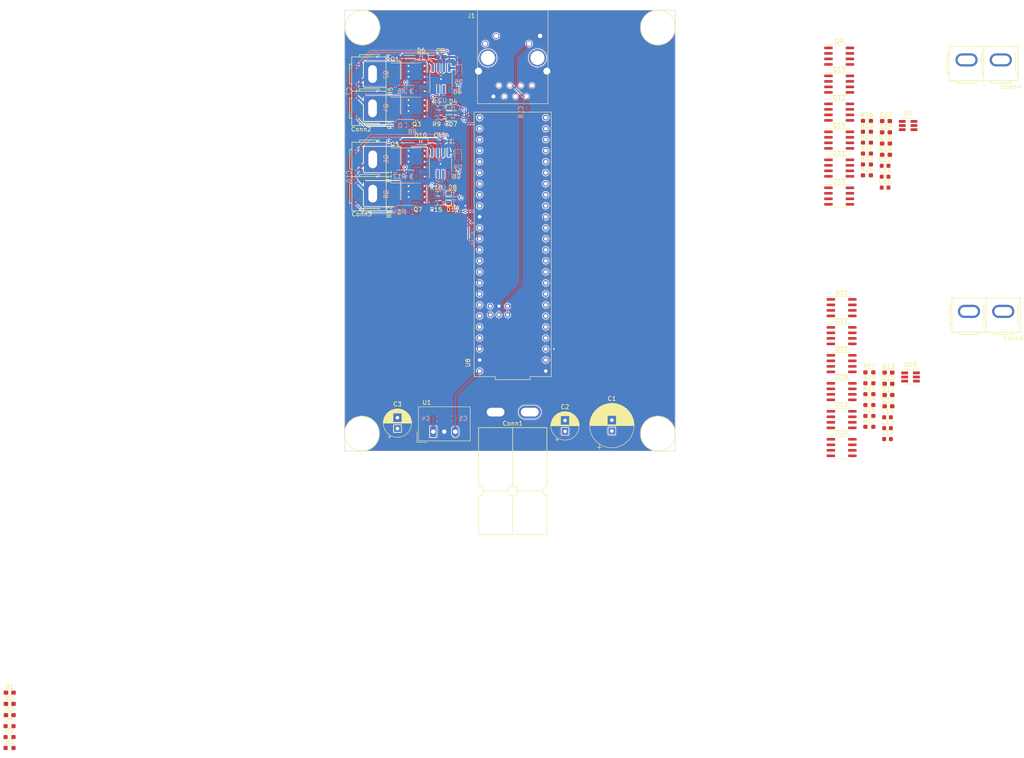
<source format=kicad_pcb>
(kicad_pcb (version 20221018) (generator pcbnew)
  (layers (0 "F.Cu" signal) (1 "In1.Cu" power) (2 "In2.Cu" power) (31 "B.Cu" signal) (34 "B.Paste" user) (35 "F.Paste" user) (36 "B.SilkS" user "B.Silkscreen") (37 "F.SilkS" user "F.Silkscreen") (38 "B.Mask" user) (39 "F.Mask" user) (44 "Edge.Cuts" user))
  (net 0 "")
  (net 1 "+12V")
  (net 2 "GND")
  (net 3 "+5V")
  (net 4 "Net-(D5-K)")
  (net 5 "/Motor Controllers/1M+")
  (net 6 "/Motor Controllers/1M-")
  (net 7 "Net-(D6-K)")
  (net 8 "Net-(D9-K)")
  (net 9 "Net-(D10-K)")
  (net 10 "Net-(D14-K)")
  (net 11 "/Motor Controllers/2M+")
  (net 12 "Net-(D15-K)")
  (net 13 "/Motor Controllers/2M-")
  (net 14 "Net-(D16-K)")
  (net 15 "Net-(D17-K)")
  (net 16 "Net-(C18-Pad1)")
  (net 17 "Net-(D1-K)")
  (net 18 "Net-(D2-K)")
  (net 19 "Net-(D3-K)")
  (net 20 "+3V3")
  (net 21 "Net-(D4-K)")
  (net 22 "Net-(D7-K)")
  (net 23 "Net-(D8-K)")
  (net 24 "Net-(D11-K)")
  (net 25 "Net-(D12-K)")
  (net 26 "Net-(D13-K)")
  (net 27 "Net-(D18-K)")
  (net 28 "Net-(D19-K)")
  (net 30 "LED")
  (net 32 "Tx+")
  (net 33 "Tx-")
  (net 35 "Rx+")
  (net 36 "Rx-")
  (net 37 "Net-(Q1-G)")
  (net 38 "Net-(Q2-G)")
  (net 39 "Net-(Q3-G)")
  (net 40 "Net-(Q4-G)")
  (net 41 "Net-(Q5-G)")
  (net 42 "Net-(Q6-G)")
  (net 43 "Net-(Q7-G)")
  (net 44 "Net-(Q8-G)")
  (net 45 "Net-(Q9-G)")
  (net 46 "Net-(Q10-G)")
  (net 47 "Net-(Q11-G)")
  (net 48 "Net-(Q12-G)")
  (net 49 "Net-(Q13-G)")
  (net 50 "Net-(Q14-G)")
  (net 51 "Net-(Q15-G)")
  (net 52 "Net-(Q16-G)")
  (net 53 "Net-(U3-HO)")
  (net 54 "Net-(U3-LO)")
  (net 55 "Net-(U4-HO)")
  (net 56 "Net-(U4-LO)")
  (net 57 "Net-(U6-HO)")
  (net 58 "Net-(U6-LO)")
  (net 59 "Net-(U7-HO)")
  (net 60 "Net-(U7-LO)")
  (net 61 "Net-(U11-HO)")
  (net 62 "Net-(U11-LO)")
  (net 63 "Net-(U12-HO)")
  (net 64 "Net-(U12-LO)")
  (net 65 "Net-(U13-HO)")
  (net 66 "Net-(U13-LO)")
  (net 67 "Net-(U14-HO)")
  (net 68 "Net-(U14-LO)")
  (net 69 "Net-(U4-LIN)")
  (net 70 "Net-(U3-LIN)")
  (net 71 "Net-(U7-LIN)")
  (net 72 "Net-(U6-LIN)")
  (net 87 "/FWD_PWM_3")
  (net 88 "/RVS_PWM_3")
  (net 91 "/FWD_PWM_4")
  (net 92 "/RVS_PWM_4")
  (net 97 "/FWD_PWM_1")
  (net 98 "/RVS_PWM_1")
  (net 101 "/FWD_PWM_2")
  (net 102 "/RVS_PWM_2")
  (net 115 "Net-(U13-LIN)")
  (net 116 "Net-(U11-LIN)")
  (net 117 "Net-(U14-LIN)")
  (net 118 "Net-(U12-LIN)")
  (net 119 "/Motor Controllers 2/3M+")
  (net 120 "/Motor Controllers 2/4M+")
  (net 121 "/Motor Controllers 2/3M-")
  (net 122 "/Motor Controllers 2/4M-")
  (footprint "Package_SO:SOIC-8_3.9x4.9mm_P1.27mm" (layer "F.Cu") (at 232.0296 94.698)
    (fp_text reference "Q12")
    (fp_text value "SI4156DY")
  )
  (footprint "Resistor_SMD:R_0603_1608Metric_Pad0.98x0.95mm_HandSolder" (layer "F.Cu") (at 237.869 57.749)
    (fp_text reference "R26")
    (fp_text value "120")
  )
  (footprint "LED_SMD:LED_0603_1608Metric_Pad1.05x0.95mm_HandSolder" (layer "F.Cu") (at 142.485 44.45)
    (fp_text reference "D7")
    (fp_text value "Orange")
  )
  (footprint "Package_TO_SOT_SMD:SOT-23-6_Handsoldering" (layer "F.Cu") (at 247.9196 104.238)
    (fp_text reference "U10")
    (fp_text value "74LVC2G04")
  )
  (footprint "Resistor_SMD:R_0603_1608Metric_Pad0.98x0.95mm_HandSolder" (layer "F.Cu") (at 238.4296 115.718)
    (fp_text reference "R27")
    (fp_text value "120")
  )
  (footprint "LED_SMD:LED_0603_1608Metric_Pad1.05x0.95mm_HandSolder" (layer "F.Cu") (at 242.8246 105.798)
    (fp_text reference "D15")
    (fp_text value "D_Small")
  )
  (footprint "LED_SMD:LED_0603_1608Metric_Pad1.05x0.95mm_HandSolder" (layer "F.Cu") (at 135.119 30.48 180)
    (fp_text reference "D6")
    (fp_text value "D_Small")
  )
  (footprint "Package_SO:SOIC-8_3.9x4.9mm_P1.27mm" (layer "F.Cu") (at 231.469 30.279)
    (fp_text reference "Q9")
    (fp_text value "SI4156DY")
  )
  (footprint "Resistor_SMD:R_0603_1608Metric_Pad0.98x0.95mm_HandSolder" (layer "F.Cu") (at 138.557 61.976 180)
    (fp_text reference "R10")
    (fp_text value "120")
  )
  (footprint "Package_TO_SOT_SMD:SOT-23-6_Handsoldering" (layer "F.Cu") (at 247.359 46.269)
    (fp_text reference "U9")
    (fp_text value "74LVC2G04")
  )
  (footprint "Resistor_SMD:R_0603_1608Metric_Pad0.98x0.95mm_HandSolder" (layer "F.Cu") (at 138.675 44.45)
    (fp_text reference "R9")
    (fp_text value "120")
  )
  (footprint "MRDT_Drill_Holes:4_40_Hole_Corner" (layer "F.Cu") (at 185.674 113.284 -90)
    (fp_text reference "H3" hide)
    (fp_text value "MountingHole" hide)
  )
  (footprint "Package_SO:SOIC-8_3.9x4.9mm_P1.27mm" (layer "F.Cu") (at 232.0296 107.598)
    (fp_text reference "Q16")
    (fp_text value "SI4156DY")
  )
  (footprint "Resistor_SMD:R_0603_1608Metric_Pad0.98x0.95mm_HandSolder" (layer "F.Cu") (at 138.557 64.135)
    (fp_text reference "R15")
    (fp_text value "120")
  )
  (footprint "LED_SMD:LED_0603_1608Metric_Pad1.05x0.95mm_HandSolder" (layer "F.Cu") (at 142.367 64.135)
    (fp_text reference "D11")
    (fp_text value "Orange")
  )
  (footprint "Resistor_SMD:R_0603_1608Metric_Pad0.98x0.95mm_HandSolder" (layer "F.Cu") (at 237.869 47.709)
    (fp_text reference "R18")
    (fp_text value "100")
  )
  (footprint "MRDT_Drill_Holes:4_40_Hole_Corner" (layer "F.Cu") (at 185.674 27.686)
    (fp_text reference "H2" hide)
    (fp_text value "MountingHole" hide)
  )
  (footprint "Package_SO:SOIC-8_3.9x4.9mm_P1.27mm" (layer "F.Cu") (at 232.0296 120.498)
    (fp_text reference "U14")
    (fp_text value "IRS2005S")
  )
  (footprint "Package_SO:SOIC-8_3.9x4.9mm_P1.27mm" (layer "F.Cu") (at 231.469 43.179)
    (fp_text reference "Q13")
    (fp_text value "SI4156DY")
  )
  (footprint "Resistor_SMD:R_0603_1608Metric_Pad0.98x0.95mm_HandSolder" (layer "F.Cu") (at 237.869 45.199)
    (fp_text reference "R16")
    (fp_text value "120")
  )
  (footprint "MRDT_Connectors:Square_Anderson_2_H_Side_By_Side" (layer "F.Cu") (at 151.723 111.9582 90)
    (fp_text reference "Conn1")
    (fp_text value "AndersonPP")
  )
  (footprint "Capacitor_SMD:C_0603_1608Metric" (layer "F.Cu") (at 139.446 49.911)
    (fp_text reference "C11")
    (fp_text value "1u")
  )
  (footprint "Package_SO:SOIC-8_3.9x4.9mm_P1.27mm" (layer "F.Cu") (at 231.469 36.729)
    (fp_text reference "Q10")
    (fp_text value "SI4156DY")
  )
  (footprint "Package_SO:SOIC-8_3.9x4.9mm_P1.27mm" (layer "F.Cu") (at 231.469 56.079)
    (fp_text reference "U11")
    (fp_text value "IRS2005S")
  )
  (footprint "LED_SMD:LED_0603_1608Metric_Pad1.05x0.95mm_HandSolder" (layer "F.Cu") (at 242.8246 103.208)
    (fp_text reference "D13")
    (fp_text value "Orange")
  )
  (footprint "Resistor_SMD:R_0603_1608Metric_Pad0.98x0.95mm_HandSolder" (layer "F.Cu") (at 40.23 189.745)
    (fp_text reference "R3")
    (fp_text value "120")
  )
  (footprint "Capacitor_SMD:C_0603_1608Metric" (layer "F.Cu") (at 242.049 58.069)
    (fp_text reference "C14")
    (fp_text value "10u")
  )
  (footprint "Resistor_SMD:R_0603_1608Metric_Pad0.98x0.95mm_HandSolder" (layer "F.Cu") (at 40.23 184.725)
    (fp_text reference "R1")
    (fp_text value "1k")
  )
  (footprint "Package_SO:SOIC-8_3.9x4.9mm_P1.27mm" (layer "F.Cu") (at 232.0296 114.048)
    (fp_text reference "U12")
    (fp_text value "IRS2005S")
  )
  (footprint "Capacitor_SMD:C_0603_1608Metric" (layer "F.Cu") (at 139.437 30.48)
    (fp_text reference "C8")
    (fp_text value "1u")
  )
  (footprint "Capacitor_SMD:C_0603_1608Metric" (layer "F.Cu") (at 242.6096 113.528)
    (fp_text reference "C13")
    (fp_text value "1u")
  )
  (footprint "Package_SO:SOIC-8_3.9x4.9mm_P1.27mm" (layer "F.Cu") (at 139.691 35.433 90)
    (fp_text reference "U4")
    (fp_text value "IRS2005S")
  )
  (footprint "LED_SMD:LED_0603_1608Metric_Pad1.05x0.95mm_HandSolder" (layer "F.Cu") (at 40.275 176.995)
    (fp_text reference "D1")
    (fp_text value "Green")
  )
  (footprint "LED_SMD:LED_0603_1608Metric_Pad1.05x0.95mm_HandSolder" (layer "F.Cu") (at 242.264 47.829)
    (fp_text reference "D14")
    (fp_text value "D_Small")
  )
  (footprint "Resistor_SMD:R_0603_1608Metric_Pad0.98x0.95mm_HandSolder" (layer "F.Cu") (at 238.4296 113.208)
    (fp_text reference "R25")
    (fp_text value "100")
  )
  (footprint "LED_SMD:LED_0603_1608Metric_Pad1.05x0.95mm_HandSolder" (layer "F.Cu") (at 142.367 61.976)
    (fp_text reference "D8")
    (fp_text value "Orange")
  )
  (footprint "Resistor_SMD:R_0603_1608Metric_Pad0.98x0.95mm_HandSolder" (layer "F.Cu") (at 130.293 38.354 180)
    (fp_text reference "R5")
    (fp_text value "100")
  )
  (footprint "Resistor_SMD:R_0603_1608Metric_Pad0.98x0.95mm_HandSolder" (layer "F.Cu") (at 238.4296 103.168)
    (fp_text reference "R17")
    (fp_text value "120")
  )
  (footprint "Resistor_SMD:R_0603_1608Metric_Pad0.98x0.95mm_HandSolder" (layer "F.Cu") (at 238.4296 110.698)
    (fp_text reference "R24")
    (fp_text value "100")
  )
  (footprint "MRDT_Connectors:Square_Anderson_2_V_Side_By_Side" (layer "F.Cu") (at 124.078 58.113 -90)
    (fp_text reference "Conn3")
    (fp_text value "AndersonPP")
  )
  (footprint "Capacitor_SMD:C_0603_1608Metric" (layer "F.Cu") (at 242.049 60.579)
    (fp_text reference "C16")
    (fp_text value "1u")
  )
  (footprint "MRDT_Shields:Teensy_4_1_Ethernet" (layer "F.Cu") (at 156.21 73.66 90)
    (fp_text reference "U8")
    (fp_text value "Teensy4.1_DEV-16771")
  )
  (footprint "LED_SMD:LED_0603_1608Metric_Pad1.05x0.95mm_HandSolder" (layer "F.Cu") (at 135.001 49.911 180)
    (fp_text reference "D10")
    (fp_text value "D_Small")
  )
  (footprint "Package_SO:SOIC-8_3.9x4.9mm_P1.27mm" (layer "F.Cu") (at 231.469 62.529)
    (fp_text reference "U13")
    (fp_text value "IRS2005S")
  )
  (footprint "Resistor_SMD:R_0603_1608Metric_Pad0.98x0.95mm_HandSolder" (layer "F.Cu") (at 237.869 52.729)
    (fp_text reference "R22")
    (fp_text value "100")
  )
  (footprint "LED_SMD:LED_0603_1608Metric_Pad1.05x0.95mm_HandSolder" (layer "F.Cu") (at 40.275 182.175)
    (fp_text reference "D3")
    (fp_text value "Green")
  )
  (footprint "Capacitor_SMD:C_0603_1608Metric" (layer "F.Cu") (at 242.6096 116.038)
    (fp_text reference "C15")
    (fp_text value "10u")
  )
  (footprint "MRDT_Connectors:RJ45_Teensy" (layer "F.Cu") (at 156.085 17.6825 180)
    (fp_text reference "J1")
    (fp_text value "RJ45_LED_Shielded")
  )
  (footprint "MRDT_Connectors:Square_Anderson_2_V_Side_By_Side" (layer "F.Cu") (at 124.03 38.441 -90)
    (fp_text reference "Conn2")
    (fp_text value "AndersonPP")
  )
  (footprint "LED_SMD:LED_0603_1608Metric_Pad1.05x0.95mm_HandSolder" (layer "F.Cu") (at 242.8246 110.978)
    (fp_text reference "D19")
    (fp_text value "Orange")
  )
  (footprint "Resistor_SMD:R_0603_1608Metric_Pad0.98x0.95mm_HandSolder" (layer "F.Cu") (at 237.869 55.239)
    (fp_text reference "R23")
    (fp_text value "100")
  )
  (footprint "MRDT_Drill_Holes:4_40_Hole_Corner" (layer "F.Cu") (at 125.476 113.284 180)
    (fp_text reference "H4" hide)
    (fp_text value "MountingHole" hide)
  )
  (footprint "Package_SO:SOIC-8_3.9x4.9mm_P1.27mm" (layer "F.Cu") (at 131.572 62.103)
    (fp_text reference "Q7")
    (fp_text value "SI4156DY")
  )
  (footprint "Package_SO:SOIC-8_3.9x4.9mm_P1.27mm" (layer "F.Cu") (at 131.563 42.291)
    (fp_text reference "Q3")
    (fp_text value "SI4156DY")
  )
  (footprint "Package_SO:SOIC-8_3.9x4.9mm_P1.27mm" (layer "F.Cu") (at 232.0296 101.148)
    (fp_text reference "Q15")
    (fp_text value "SI4156DY")
  )
  (footprint "MRDT_Connectors:Square_Anderson_2_V_Side_By_Side" (layer "F.Cu") (at 265.4236 88.985)
    (fp_text reference "Conn5")
    (fp_text value "AndersonPP")
  )
  (footprint "Resistor_SMD:R_0603_1608Metric_Pad0.98x0.95mm_HandSolder" (layer "F.Cu") (at 130.293 46.228 180)
    (fp_text reference "R7")
    (fp_text value "100")
  )
  (footprint "LED_SMD:LED_0603_1608Metric_Pad1.05x0.95mm_HandSolder" (layer "F.Cu") (at 142.485 42.164)
    (fp_text reference "D4")
    (fp_text value "Orange")
  )
  (footprint "MRDT_Drill_Holes:4_40_Hole_Corner" (layer "F.Cu") (at 125.5917 27.686 90)
    (fp_text reference "H1" hide)
    (fp_text value "MountingHole" hide)
  )
  (footprint "Resistor_SMD:R_0603_1608Metric_Pad0.98x0.95mm_HandSolder" (layer "F.Cu") (at 238.4296 105.678)
    (fp_text reference "R20")
    (fp_text value "100")
  )
  (footprint "Package_SO:SOIC-8_3.9x4.9mm_P1.27mm" (layer "F.Cu") (at 139.573 54.991 90)
    (fp_text reference "U7")
    (fp_text value "IRS2005S")
  )
  (footprint "Resistor_SMD:R_0603_1608Metric_Pad0.98x0.95mm_HandSolder" (layer "F.Cu") (at 40.23 187.235)
    (fp_text reference "R2")
    (fp_text value "300")
  )
  (footprint "Resistor_SMD:R_0603_1608Metric_Pad0.98x0.95mm_HandSolder" (layer "F.Cu") (at 130.048 66.167 180)
    (fp_text reference "R13")
    (fp_text value "100")
  )
  (footprint "LED_SMD:LED_0603_1608Metric_Pad1.05x0.95mm_HandSolder" (layer "F.Cu") (at 40.275 179.585)
    (fp_text reference "D2")
    (fp_text value "Green")
  )
  (footprint "Resistor_SMD:R_0603_1608Metric_Pad0.98x0.95mm_HandSolder" (layer "F.Cu") (at 138.675 42.164 180)
    (fp_text reference "R4")
    (fp_text value "120")
  )
  (footprint "Resistor_SMD:R_0603_1608Metric_Pad0.98x0.95mm_HandSolder" (layer "F.Cu") (at 237.869 50.219)
    (fp_text reference "R19")
    (fp_text value "100")
  )
  (footprint "MRDT_Connectors:Square_Anderson_2_V_Side_By_Side" (layer "F.Cu") (at 264.863 31.016)
    (fp_text reference "Conn4")
    (fp_text value "AndersonPP")
  )
  (footprint "Capacitor_SMD:C_0603_1608Metric" (layer "F.Cu") (at 242.6096 118.548)
    (fp_text reference "C17")
    (fp_text value "1u")
  )
  (footprint "Converter_DCDC:Converter_DCDC_TRACO_TSR-1_THT" (layer "F.Cu") (at 137.9025 116.84)
    (fp_text reference "U1")
    (fp_text value "TSR_1-2450")
  )
  (footprint "LED_SMD:LED_0603_1608Metric_Pad1.05x0.95mm_HandSolder" (layer "F.Cu") (at 242.8246 108.388)
    (fp_text reference "D17")
    (fp_text value "D_Small")
  )
  (footprint "Resistor_SMD:R_0603_1608Metric_Pad0.98x0.95mm_HandSolder" (layer "F.Cu") (at 130.048 58.039 180)
    (fp_text reference "R11")
    (fp_text value "100")
  )
  (footprint "Package_SO:SOIC-8_3.9x4.9mm_P1.27mm" (layer "F.Cu") (at 231.469 49.629)
    (fp_text reference "Q14")
    (fp_text value "SI4156DY")
  )
  (footprint "Package_SO:SOIC-8_3.9x4.9mm_P1.27mm" (layer "F.Cu") (at 232.0296 88.248)
    (fp_text reference "Q11")
    (fp_text value "SI4156DY")
  )
  (footprint "Capacitor_THT:CP_Radial_D6.3mm_P2.50mm" (layer "F.Cu") (at 168.275 116.75238 90)
    (fp_text reference "C2")
    (fp_text value "220uF")
  )
  (footprint "LED_SMD:LED_0603_1608Metric_Pad1.05x0.95mm_HandSolder" (layer "F.Cu") (at 242.264 50.419)
    (fp_text reference "D16")
    (fp_text value "D_Small")
  )
  (footprint "LED_SMD:LED_0603_1608Metric_Pad1.05x0.95mm_HandSolder" (layer "F.Cu") (at 242.264 53.009)
    (fp_text reference "D18")
    (fp_text value "Orange")
  )
  (footprint "Package_SO:SOIC-8_3.9x4.9mm_P1.27mm" (layer "F.Cu") (at 131.625 34.417)
    (fp_text reference "Q1")
    (fp_text value "SI4156DY")
  )
  (footprint "Capacitor_SMD:C_0603_1608Metric" (layer "F.Cu") (at 242.049 55.559)
    (fp_text reference "C12")
    (fp_text value "1u")
  )
  (footprint "Package_SO:SOIC-8_3.9x4.9mm_P1.27mm" (layer "F.Cu") (at 131.572 53.975)
    (fp_text reference "Q5")
    (fp_text value "SI4156DY")
  )
  (footprint "Capacitor_THT:CP_Radial_D10.0mm_P2.50mm" (layer "F.Cu") (at 179.07 116.687678 90)
    (fp_text reference "C1")
    (fp_text value "470uF")
  )
  (footprint "LED_SMD:LED_0603_1608Metric_Pad1.05x0.95mm_HandSolder" (layer "F.Cu") (at 242.264 45.239)
    (fp_text reference "D12")
    (fp_text value "Orange")
  )
  (footprint "Resistor_SMD:R_0603_1608Metric_Pad0.98x0.95mm_HandSolder" (layer "F.Cu") (at 238.4296 108.188)
    (fp_text reference "R21")
    (fp_text value "100")
  )
  (footprint "Capacitor_THT:CP_Radial_D6.3mm_P2.50mm" (layer "F.Cu") (at 129.6475 116.117379 90)
    (fp_text reference "C3")
    (fp_text value "100uF")
  )
  (footprint "Capacitor_SMD:C_0603_1608Metric" (layer "B.Cu") (at 119.879 38.341 -90)
    (fp_text reference "C7")
    (fp_text value "10u")
  )
  (footprint "Package_SO:SOIC-8_3.9x4.9mm_P1.27mm" (layer "B.Cu") (at 131.572 62.103 180)
    (fp_text reference "Q8")
    (fp_text value "SI4156DY")
  )
  (footprint "Resistor_SMD:R_0603_1608Metric_Pad0.98x0.95mm_HandSolder" (layer "B.Cu") (at 133.087 38.354)
    (fp_text reference "R6")
    (fp_text value "100")
  )
  (footprint "Package_SO:SOIC-8_3.9x4.9mm_P1.27mm" (layer "B.Cu") (at 131.572 53.975 180)
    (fp_text reference "Q6")
    (fp_text value "SI4156DY")
  )
  (footprint "Capacitor_SMD:C_0603_1608Metric" (layer "B.Cu") (at 142.24 113.792 180)
    (fp_text reference "C5")
    (fp_text value "10u")
  )
  (footprint "Package_TO_SOT_SMD:SOT-23-6_Handsoldering" (layer "B.Cu") (at 140.025 43.241 180)
    (fp_text reference "U2")
    (fp_text value "74LVC2G04")
  )
  (footprint "Capacitor_SMD:C_0603_1608Metric" (layer "B.Cu") (at 138.684 113.792)
    (fp_text reference "C4")
    (fp_text value "10u")
  )
  (footprint "Capacitor_SMD:C_0603_1608Metric" (layer "B.Cu") (at 119.888 58.039 -90)
    (fp_text reference "C10")
    (fp_text value "10u")
  )
  (footprint "Package_SO:SOIC-8_3.9x4.9mm_P1.27mm" (layer "B.Cu") (at 131.625 34.417 180)
    (fp_text reference "Q2")
    (fp_text value "SI4156DY")
  )
  (footprint "Resistor_SMD:R_0603_1608Metric_Pad0.98x0.95mm_HandSolder" (layer "B.Cu") (at 133.096 58.039)
    (fp_text reference "R12")
    (fp_text value "100")
  )
  (footprint "Capacitor_SMD:C_0603_1608Metric" (layer "B.Cu") (at 139.827 30.48 180)
    (fp_text reference "C6")
    (fp_text value "1u")
  )
  (footprint "LED_SMD:LED_0603_1608Metric_Pad1.05x0.95mm_HandSolder" (layer "B.Cu") (at 143.637 53.467 -90)
    (fp_text reference "D9")
    (fp_text value "D_Small")
  )
  (footprint "Capacitor_SMD:C_0603_1608Metric" (layer "B.Cu") (at 139.7 49.911 180)
    (fp_text reference "C9")
    (fp_text value "1u")
  )
  (footprint "Resistor_SMD:R_0603_1608Metric_Pad0.98x0.95mm_HandSolder" (layer "B.Cu") (at 133.087 46.228)
    (fp_text reference "R8")
    (fp_text value "100")
  )
  (footprint "Package_SO:SOIC-8_3.9x4.9mm_P1.27mm" (layer "B.Cu") (at 139.573 54.991 90)
    (fp_text reference "U6")
    (fp_text value "IRS2005S")
  )
  (footprint "Package_SO:SOIC-8_3.9x4.9mm_P1.27mm" (layer "B.Cu") (at 131.563 42.291 180)
    (fp_text reference "Q4")
    (fp_text value "SI4156DY")
  )
  (footprint "Resistor_SMD:R_0603_1608Metric_Pad0.98x0.95mm_HandSolder" (layer "B.Cu") (at 133.096 66.167)
    (fp_text reference "R14")
    (fp_text value "100")
  )
  (footprint "Capacitor_SMD:C_0603_1608Metric" (layer "B.Cu") (at 159.512 43.18 -90)
    (fp_text reference "C18")
    (fp_text value "0.1uF")
  )
  (footprint "Package_TO_SOT_SMD:SOT-23-6_Handsoldering" (layer "B.Cu") (at 139.827 62.992 180)
    (fp_text reference "U5")
    (fp_text value "74LVC2G04")
  )
  (footprint "LED_SMD:LED_0603_1608Metric_Pad1.05x0.95mm_HandSolder" (layer "B.Cu") (at 143.755 33.895 -90)
    (fp_text reference "D5")
    (fp_text value "D_Small")
  )
  (footprint "Package_SO:SOIC-8_3.9x4.9mm_P1.27mm" (layer "B.Cu") (at 139.691 35.433 90)
    (fp_text reference "U3")
    (fp_text value "IRS2005S")
  )
  (gr_rect (start 117.475 19.685) (end 193.675 121.285) (stroke (width 0.1)) (fill none) (layer "Edge.Cuts"))
  (segment (start 136.463 57.466) (end 135.89 58.039) (width 0.508) (layer "F.Cu") (net 1))
  (segment (start 134.244 30.48) (end 134.23 30.48) (width 0.508) (layer "F.Cu") (net 1))
  (segment (start 137.668 57.466) (end 136.463 57.466) (width 0.508) (layer "F.Cu") (net 1))
  (segment (start 134.244 30.48) (end 127.508 30.48) (width 0.508) (layer "F.Cu") (net 1))
  (segment (start 134.126 49.911) (end 127.635 49.911) (width 0.508) (layer "F.Cu") (net 1))
  (segment (start 137.786 37.908) (end 136.327 37.908) (width 0.508) (layer "F.Cu") (net 1))
  (segment (start 136.327 37.908) (end 135.881 38.354) (width 0.508) (layer "F.Cu") (net 1))
  (via (at 135.881 42.926) (size 0.8) (drill 0.4) (layers "F.Cu" "B.Cu") (net 1))
  (via (at 135.89 62.738) (size 0.8) (drill 0.4) (layers "F.Cu" "B.Cu") (net 1))
  (via (at 135.881 41.656) (size 0.8) (drill 0.4) (layers "F.Cu" "B.Cu") (net 1))
  (via (at 143.637 56.896) (size 0.8) (drill 0.4) (layers "F.Cu" "B.Cu") (net 1))
  (via (at 135.89 55.88) (size 0.8) (drill 0.4) (layers "F.Cu" "B.Cu") (net 1))
  (via (at 127.635 49.911) (size 0.8) (drill 0.4) (layers "F.Cu" "B.Cu") (net 1))
  (via (at 135.89 64.008) (size 0.8) (drill 0.4) (layers "F.Cu" "B.Cu") (net 1))
  (via (at 135.881 33.782) (size 0.8) (drill 0.4) (layers "F.Cu" "B.Cu") (net 1))
  (via (at 143.755 37.211) (size 0.8) (drill 0.4) (layers "F.Cu" "B.Cu") (net 1))
  (via (at 135.89 52.07) (size 0.8) (drill 0.4) (layers "F.Cu" "B.Cu") (net 1))
  (via (at 135.89 58.039) (size 0.8) (drill 0.4) (layers "F.Cu" "B.Cu") (net 1))
  (via (at 135.881 40.386) (size 0.8) (drill 0.4) (layers "F.Cu" "B.Cu") (net 1))
  (via (at 127.508 30.48) (size 0.8) (drill 0.4) (layers "F.Cu" "B.Cu") (net 1))
  (via (at 135.89 54.61) (size 0.8) (drill 0.4) (layers "F.Cu" "B.Cu") (net 1))
  (via (at 135.881 35.052) (size 0.8) (drill 0.4) (layers "F.Cu" "B.Cu") (net 1))
  (via (at 135.881 32.512) (size 0.8) (drill 0.4) (layers "F.Cu" "B.Cu") (net 1))
  (via (at 135.89 53.34) (size 0.8) (drill 0.4) (layers "F.Cu" "B.Cu") (net 1))
  (via (at 135.89 60.198) (size 0.8) (drill 0.4) (layers "F.Cu" "B.Cu") (net 1))
  (via (at 135.881 44.196) (size 0.8) (drill 0.4) (layers "F.Cu" "B.Cu") (net 1))
  (via (at 135.881 38.354) (size 0.8) (drill 0.4) (layers "F.Cu" "B.Cu") (net 1))
  (via (at 135.881 36.322) (size 0.8) (drill 0.4) (layers "F.Cu" "B.Cu") (net 1))
  (via (at 135.89 61.468) (size 0.8) (drill 0.4) (layers "F.Cu" "B.Cu") (net 1))
  (segment (start 143.067 57.466) (end 143.637 56.896) (width 0.508) (layer "B.Cu") (net 1))
  (segment (start 137.9025 116.84) (end 137.9025 113.7985) (width 0.508) (layer "B.Cu") (net 1))
  (segment (start 141.478 57.466) (end 143.067 57.466) (width 0.508) (layer "B.Cu") (net 1))
  (segment (start 143.755 34.77) (end 143.755 37.211) (width 0.508) (layer "B.Cu") (net 1))
  (segment (start 143.058 37.908) (end 143.755 37.211) (width 0.508) (layer "B.Cu") (net 1))
  (segment (start 137.9025 113.7985) (end 137.909 113.792) (width 0.508) (layer "B.Cu") (net 1))
  (segment (start 141.596 37.908) (end 143.058 37.908) (width 0.508) (layer "B.Cu") (net 1))
  (segment (start 143.637 54.342) (end 143.637 56.896) (width 0.508) (layer "B.Cu") (net 1))
  (segment (start 137.6445 65.7625) (end 137.668 65.786) (width 0.254) (layer "F.Cu") (net 2))
  (segment (start 137.6445 64.135) (end 137.6445 61.976) (width 0.254) (layer "F.Cu") (net 2))
  (segment (start 137.6445 64.135) (end 137.6445 65.7625) (width 0.254) (layer "F.Cu") (net 2))
  (segment (start 137.7625 40.7905) (end 137.7625 42.164) (width 0.254) (layer "F.Cu") (net 2))
  (segment (start 137.7625 42.164) (end 137.7625 44.45) (width 0.254) (layer "F.Cu") (net 2))
  (segment (start 137.786 40.767) (end 137.7625 40.7905) (width 0.254) (layer "F.Cu") (net 2))
  (via (at 139.7 35.56) (size 0.8) (drill 0.4) (layers "F.Cu" "B.Cu") (net 2))
  (via (at 124.968 49.911) (size 0.8) (drill 0.4) (layers "F.Cu" "B.Cu") (net 2))
  (via (at 124.968 30.48) (size 0.8) (drill 0.4) (layers "F.Cu" "B.Cu") (net 2))
  (via (at 132.207 60.198) (size 0.8) (drill 0.4) (layers "F.Cu" "B.Cu") (net 2))
  (via (at 132.207 54.61) (size 0.8) (drill 0.4) (layers "F.Cu" "B.Cu") (net 2))
  (via (at 124.968 38.354) (size 0.8) (drill 0.4) (layers "F.Cu" "B.Cu") (net 2))
  (via (at 139.573 55.118) (size 0.8) (drill 0.4) (layers "F.Cu" "B.Cu") (net 2))
  (via (at 132.198 33.782) (size 0.8) (drill 0.4) (layers "F.Cu" "B.Cu") (net 2))
  (via (at 132.198 40.386) (size 0.8) (drill 0.4) (layers "F.Cu" "B.Cu") (net 2))
  (via (at 137.668 65.786) (size 0.8) (drill 0.4) (layers "F.Cu" "B.Cu") (net 2))
  (via (at 145.025 43.815) (size 0.8) (drill 0.4) (layers "F.Cu" "B.Cu") (net 2))
  (via (at 132.198 35.052) (size 0.8) (drill 0.4) (layers "F.Cu" "B.Cu") (net 2))
  (via (at 137.786 40.767) (size 0.8) (drill 0.4) (layers "F.Cu" "B.Cu") (net 2))
  (via (at 132.207 53.34) (size 0.8) (drill 0.4) (layers "F.Cu" "B.Cu") (net 2))
  (via (at 132.198 42.926) (size 0.8) (drill 0.4) (layers "F.Cu" "B.Cu") (net 2))
  (via (at 124.968 58.039) (size 0.8) (drill 0.4) (layers "F.Cu" "B.Cu") (net 2))
  (via (at 132.198 32.512) (size 0.8) (drill 0.4) (layers "F.Cu" "B.Cu") (net 2))
  (via (at 132.198 41.656) (size 0.8) (drill 0.4) (layers "F.Cu" "B.Cu") (net 2))
  (via (at 145.288 64.77) (size 0.8) (drill 0.4) (layers "F.Cu" "B.Cu") (net 2))
  (via (at 132.207 61.468) (size 0.8) (drill 0.4) (layers "F.Cu" "B.Cu") (net 2))
  (via (at 132.207 62.738) (size 0.8) (drill 0.4) (layers "F.Cu" "B.Cu") (net 2))
  (via (at 132.207 52.07) (size 0.8) (drill 0.4) (layers "F.Cu" "B.Cu") (net 2))
  (segment (start 141.177 62.992) (end 142.78 62.992) (width 0.254) (layer "B.Cu") (net 2))
  (segment (start 144.451 43.241) (end 145.025 43.815) (width 0.254) (layer "B.Cu") (net 2))
  (segment (start 144.558 64.77) (end 145.288 64.77) (width 0.254) (layer "B.Cu") (net 2))
  (segment (start 142.78 62.992) (end 144.558 64.77) (width 0.254) (layer "B.Cu") (net 2))
  (segment (start 141.375 43.241) (end 144.451 43.241) (width 0.254) (layer "B.Cu") (net 2))
  (segment (start 143.015 108.445) (end 148.59 102.87) (width 0.508) (layer "B.Cu") (net 3))
  (segment (start 142.9825 116.84) (end 142.9825 113.8245) (width 0.508) (layer "B.Cu") (net 3))
  (segment (start 142.9825 113.8245) (end 143.015 113.792) (width 0.508) (layer "B.Cu") (net 3))
  (segment (start 143.015 113.792) (end 143.015 108.445) (width 0.508) (layer "B.Cu") (net 3))
  (segment (start 141.658 33.02) (end 141.596 32.958) (width 0.508) (layer "B.Cu") (net 4))
  (segment (start 143.755 31.369) (end 143.755 33.02) (width 0.508) (layer "B.Cu") (net 4))
  (segment (start 142.866 30.48) (end 143.755 31.369) (width 0.508) (layer "B.Cu") (net 4))
  (segment (start 142.866 30.48) (end 140.602 30.48) (width 0.508) (layer "B.Cu") (net 4))
  (segment (start 143.755 33.02) (end 141.658 33.02) (width 0.508) (layer "B.Cu") (net 4))
  (segment (start 138.417 29.845) (end 139.052 30.48) (width 0.508) (layer "B.Cu") (net 5))
  (segment (start 129.15 31.759) (end 131.064 29.845) (width 0.508) (layer "B.Cu") (net 5))
  (segment (start 139.056 30.594) (end 139.17 30.48) (width 0.508) (layer "B.Cu") (net 5))
  (segment (start 129.15 32.512) (end 129.15 31.759) (width 0.508) (layer "B.Cu") (net 5))
  (segment (start 123.904 34.404) (end 123.041 34.404) (width 0.508) (layer "B.Cu") (net 5))
  (segment (start 139.056 30.484) (end 139.052 30.48) (width 0.508) (layer "B.Cu") (net 5))
  (segment (start 139.056 32.958) (end 139.056 30.484) (width 0.508) (layer "B.Cu") (net 5))
  (segment (start 123.041 34.404) (end 119.879 37.566) (width 0.508) (layer "B.Cu") (net 5))
  (segment (start 131.064 29.845) (end 138.417 29.845) (width 0.508) (layer "B.Cu") (net 5))
  (segment (start 140.326 32.958) (end 140.326 30.594) (width 0.508) (layer "F.Cu") (net 6))
  (segment (start 140.212 30.48) (end 138.942 29.21) (width 0.508) (layer "F.Cu") (net 6))
  (segment (start 123.698 29.21) (end 121.158 31.75) (width 0.508) (layer "F.Cu") (net 6))
  (segment (start 140.326 30.594) (end 140.212 30.48) (width 0.508) (layer "F.Cu") (net 6))
  (segment (start 138.942 29.21) (end 123.698 29.21) (width 0.508) (layer "F.Cu") (net 6))
  (segment (start 121.158 38.608) (end 122.174 39.624) (width 0.508) (layer "F.Cu") (net 6))
  (segment (start 121.158 31.75) (end 121.158 38.608) (width 0.508) (layer "F.Cu") (net 6))
  (segment (start 123.067 42.304) (end 119.879 39.116) (width 0.508) (layer "B.Cu") (net 6))
  (segment (start 123.904 42.304) (end 123.067 42.304) (width 0.508) (layer "B.Cu") (net 6))
  (segment (start 137.786 32.272) (end 135.994 30.48) (width 0.508) (layer "F.Cu") (net 7))
  (segment (start 135.994 30.48) (end 138.662 30.48) (width 0.508) (layer "F.Cu") (net 7))
  (segment (start 137.786 32.958) (end 137.786 32.272) (width 0.508) (layer "F.Cu") (net 7))
  (segment (start 143.637 50.927) (end 143.637 52.592) (width 0.508) (layer "B.Cu") (net 8))
  (segment (start 142.621 49.911) (end 143.637 50.927) (width 0.508) (layer "B.Cu") (net 8))
  (segment (start 140.475 49.911) (end 142.621 49.911) (width 0.508) (layer "B.Cu") (net 8))
  (segment (start 141.478 52.516) (end 143.561 52.516) (width 0.508) (layer "B.Cu") (net 8))
  (segment (start 143.561 52.516) (end 143.637 52.592) (width 0.508) (layer "B.Cu") (net 8))
  (segment (start 137.668 51.703) (end 135.876 49.911) (width 0.508) (layer "F.Cu") (net 9))
  (segment (start 137.668 52.516) (end 137.668 51.703) (width 0.508) (layer "F.Cu") (net 9))
  (segment (start 135.876 49.911) (end 138.671 49.911) (width 0.508) (layer "F.Cu") (net 9))
  (segment (start 123.076 54.076) (end 119.888 57.264) (width 0.508) (layer "B.Cu") (net 11))
  (segment (start 138.938 52.516) (end 138.938 49.924) (width 0.508) (layer "B.Cu") (net 11))
  (segment (start 123.952 54.076) (end 123.076 54.076) (width 0.508) (layer "B.Cu") (net 11))
  (segment (start 130.937 49.403) (end 138.417 49.403) (width 0.508) (layer "B.Cu") (net 11))
  (segment (start 138.938 49.924) (end 138.925 49.911) (width 0.508) (layer "B.Cu") (net 11))
  (segment (start 138.417 49.403) (end 138.925 49.911) (width 0.508) (layer "B.Cu") (net 11))
  (segment (start 129.097 51.243) (end 130.937 49.403) (width 0.508) (layer "B.Cu") (net 11))
  (segment (start 129.097 52.07) (end 129.097 51.243) (width 0.508) (layer "B.Cu") (net 11))
  (segment (start 140.221 49.911) (end 138.951 48.641) (width 0.508) (layer "F.Cu") (net 13))
  (segment (start 140.208 52.516) (end 140.208 49.924) (width 0.508) (layer "F.Cu") (net 13))
  (segment (start 121.158 58.293) (end 122.047 59.182) (width 0.508) (layer "F.Cu") (net 13))
  (segment (start 123.698 48.641) (end 121.158 51.181) (width 0.508) (layer "F.Cu") (net 13))
  (segment (start 138.951 48.641) (end 123.698 48.641) (width 0.508) (layer "F.Cu") (net 13))
  (segment (start 140.208 49.924) (end 140.221 49.911) (width 0.508) (layer "F.Cu") (net 13))
  (segment (start 121.158 51.181) (end 121.158 58.293) (width 0.508) (layer "F.Cu") (net 13))
  (segment (start 123.05 61.976) (end 119.888 58.814) (width 0.508) (layer "B.Cu") (net 13))
  (segment (start 123.952 61.976) (end 123.05 61.976) (width 0.508) (layer "B.Cu") (net 13))
  (segment (start 158.6985 39.5725) (end 159.385 39.5725) (width 0.254) (layer "F.Cu") (net 16))
  (segment (start 155.575 37.0325) (end 156.1585 37.0325) (width 0.254) (layer "F.Cu") (net 16))
  (segment (start 156.1585 37.0325) (end 158.6985 39.5725) (width 0.254) (layer "F.Cu") (net 16))
  (segment (start 159.512 42.405) (end 159.512 39.6995) (width 0.254) (layer "B.Cu") (net 16))
  (segment (start 159.512 39.6995) (end 159.385 39.5725) (width 0.254) (layer "B.Cu") (net 16))
  (segment (start 145.288 66.04) (end 149.352 66.04) (width 0.254) (layer "F.Cu") (net 20))
  (segment (start 149.606 45.847) (end 150.368 46.609) (width 0.254) (layer "F.Cu") (net 20))
  (segment (start 163.83 67.31) (end 162.052 69.088) (width 0.254) (layer "F.Cu") (net 20))
  (segment (start 162.052 84.328) (end 148.59 97.79) (width 0.254) (layer "F.Cu") (net 20))
  (segment (start 141.088 45.847) (end 149.606 45.847) (width 0.254) (layer "F.Cu") (net 20))
  (segment (start 150.368 85.344) (end 149.352 86.36) (width 0.254) (layer "F.Cu") (net 20))
  (segment (start 146.812 96.012) (end 148.59 97.79) (width 0.254) (layer "F.Cu") (net 20))
  (segment (start 150.368 67.056) (end 150.368 69.596) (width 0.254) (layer "F.Cu") (net 20))
  (segment (start 149.352 66.04) (end 150.368 67.056) (width 0.254) (layer "F.Cu") (net 20))
  (segment (start 146.812 87.376) (end 146.812 96.012) (width 0.254) (layer "F.Cu") (net 20))
  (segment (start 150.368 46.609) (end 150.368 67.056) (width 0.254) (layer "F.Cu") (net 20))
  (segment (start 162.052 69.088) (end 162.052 84.328) (width 0.254) (layer "F.Cu") (net 20))
  (segment (start 147.828 86.36) (end 146.812 87.376) (width 0.254) (layer "F.Cu") (net 20))
  (segment (start 149.352 86.36) (end 147.828 86.36) (width 0.254) (layer "F.Cu") (net 20))
  (segment (start 150.368 69.596) (end 150.368 85.344) (width 0.254) (layer "F.Cu") (net 20))
  (via (at 145.288 66.04) (size 0.8) (drill 0.4) (layers "F.Cu" "B.Cu") (net 20))
  (via (at 141.088 45.847) (size 0.8) (drill 0.4) (layers "F.Cu" "B.Cu") (net 20))
  (segment (start 140.072 43.604) (end 140.072 45.085) (width 0.254) (layer "B.Cu") (net 20))
  (segment (start 139.954 63.627) (end 139.319 62.992) (width 0.254) (layer "B.Cu") (net 20))
  (segment (start 139.319 62.992) (end 138.477 62.992) (width 0.254) (layer "B.Cu") (net 20))
  (segment (start 141.224 66.04) (end 139.954 64.77) (width 0.254) (layer "B.Cu") (net 20))
  (segment (start 140.072 45.085) (end 140.834 45.847) (width 0.254) (layer "B.Cu") (net 20))
  (segment (start 141.224 66.04) (end 145.288 66.04) (width 0.254) (layer "B.Cu") (net 20))
  (segment (start 140.834 45.847) (end 141.088 45.847) (width 0.254) (layer "B.Cu") (net 20))
  (segment (start 138.675 43.241) (end 139.709 43.241) (width 0.254) (layer "B.Cu") (net 20))
  (segment (start 139.954 64.77) (end 139.954 63.627) (width 0.254) (layer "B.Cu") (net 20))
  (segment (start 139.709 43.241) (end 140.072 43.604) (width 0.254) (layer "B.Cu") (net 20))
  (segment (start 139.5875 42.164) (end 141.61 42.164) (width 0.254) (layer "F.Cu") (net 21))
  (segment (start 139.5875 44.45) (end 141.61 44.45) (width 0.254) (layer "F.Cu") (net 22))
  (segment (start 141.492 61.976) (end 139.4695 61.976) (width 0.254) (layer "F.Cu") (net 23))
  (segment (start 141.492 64.135) (end 139.4695 64.135) (width 0.254) (layer "F.Cu") (net 24))
  (segment (start 158.115 38.989) (end 158.115 82.931) (width 0.25) (layer "B.Cu") (net 30))
  (segment (start 154.051 86.995) (end 154.051 88.889) (width 0.25) (layer "B.Cu") (net 30))
  (segment (start 158.115 82.931) (end 154.051 86.995) (width 0.25) (layer "B.Cu") (net 30))
  (segment (start 156.845 30.5425) (end 156.845 37.719) (width 0.25) (layer "B.Cu") (net 30))
  (segment (start 156.845 37.719) (end 158.115 38.989) (width 0.25) (layer "B.Cu") (net 30))
  (segment (start 154.051 88.889) (end 153.04 89.9) (width 0.25) (layer "B.Cu") (net 30))
  (segment (start 159.995 27.3925) (end 156.845 30.5425) (width 0.25) (layer "B.Cu") (net 30))
  (segment (start 160.355 80.485) (end 159.955 80.485) (width 0.2) (layer "F.Cu") (net 32))
  (segment (start 159.955 78.685) (end 160.355 78.685) (width 0.2) (layer "F.Cu") (net 32))
  (segment (start 159.955 81.085) (end 160.355 81.085) (width 0.2) (layer "F.Cu") (net 32))
  (segment (start 160.655 77.185) (end 160.655 76.882419) (width 0.2) (layer "F.Cu") (net 32))
  (segment (start 159.955 79.885) (end 160.355 79.885) (width 0.2) (layer "F.Cu") (net 32))
  (segment (start 160.655 83.693) (end 160.655 83.185) (width 0.2) (layer "F.Cu") (net 32))
  (segment (start 160.355 78.085) (end 159.955 78.085) (width 0.2) (layer "F.Cu") (net 32))
  (segment (start 155.04 87.9) (end 156.448 87.9) (width 0.2) (layer "F.Cu") (net 32))
  (segment (start 156.448 87.9) (end 160.655 83.693) (width 0.2) (layer "F.Cu") (net 32))
  (segment (start 159.955 82.285) (end 160.355 82.285) (width 0.2) (layer "F.Cu") (net 32))
  (segment (start 160.355 81.685) (end 159.955 81.685) (width 0.2) (layer "F.Cu") (net 32))
  (segment (start 160.355 82.885) (end 159.955 82.885) (width 0.2) (layer "F.Cu") (net 32))
  (segment (start 160.655 76.882419) (end 160.655 37.0325) (width 0.2) (layer "F.Cu") (net 32))
  (segment (start 159.955 77.485) (end 160.355 77.485) (width 0.2) (layer "F.Cu") (net 32))
  (segment (start 160.355 79.285) (end 159.955 79.285) (width 0.2) (layer "F.Cu") (net 32))
  (arc (start 160.655 81.985) (mid 160.567132 81.772868) (end 160.355 81.685) (width 0.2) (layer "F.Cu") (net 32))
  (arc (start 159.955 79.285) (mid 159.742868 79.197132) (end 159.655 78.985) (width 0.2) (layer "F.Cu") (net 32))
  (arc (start 159.955 80.485) (mid 159.742868 80.397132) (end 159.655 80.185) (width 0.2) (layer "F.Cu") (net 32))
  (arc (start 159.955 78.085) (mid 159.742868 77.997132) (end 159.655 77.785) (width 0.2) (layer "F.Cu") (net 32))
  (arc (start 159.655 77.785) (mid 159.742868 77.572868) (end 159.955 77.485) (width 0.2) (layer "F.Cu") (net 32))
  (arc (start 160.355 78.685) (mid 160.567132 78.597132) (end 160.655 78.385) (width 0.2) (layer "F.Cu") (net 32))
  (arc (start 159.655 78.985) (mid 159.742868 78.772868) (end 159.955 78.685) (width 0.2) (layer "F.Cu") (net 32))
  (arc (start 160.355 77.485) (mid 160.567132 77.397132) (end 160.655 77.185) (width 0.2) (layer "F.Cu") (net 32))
  (arc (start 160.355 79.885) (mid 160.567132 79.797132) (end 160.655 79.585) (width 0.2) (layer "F.Cu") (net 32))
  (arc (start 160.655 83.185) (mid 160.567132 82.972868) (end 160.355 82.885) (width 0.2) (layer "F.Cu") (net 32))
  (arc (start 159.955 81.685) (mid 159.742868 81.597132) (end 159.655 81.385) (width 0.2) (layer "F.Cu") (net 32))
  (arc (start 159.655 80.185) (mid 159.742868 79.972868) (end 159.955 79.885) (width 0.2) (layer "F.Cu") (net 32))
  (arc (start 160.355 81.085) (mid 160.567132 80.997132) (end 160.655 80.785) (width 0.2) (layer "F.Cu") (net 32))
  (arc (start 160.655 78.385) (mid 160.567132 78.172868) (end 160.355 78.085) (width 0.2) (layer "F.Cu") (net 32))
  (arc (start 160.655 79.585) (mid 160.567132 79.372868) (end 160.355 79.285) (width 0.2) (layer "F.Cu") (net 32))
  (arc (start 159.955 82.885) (mid 159.742868 82.797132) (end 159.655 82.585) (width 0.2) (layer "F.Cu") (net 32))
  (arc (start 160.355 82.285) (mid 160.567132 82.197132) (end 160.655 81.985) (width 0.2) (layer "F.Cu") (net 32))
  (arc (start 159.655 81.385) (mid 159.742868 81.172868) (end 159.955 81.085) (width 0.2) (layer "F.Cu") (net 32))
  (arc (start 160.655 80.785) (mid 160.567132 80.572868) (end 160.355 80.485) (width 0.2) (layer "F.Cu") (net 32))
  (arc (start 159.655 82.585) (mid 159.742868 82.372868) (end 159.955 82.285) (width 0.2) (layer "F.Cu") (net 32))
  (segment (start 161.055 38.716) (end 161.055 83.885) (width 0.2) (layer "F.Cu") (net 33))
  (segment (start 162.052 36.449) (end 162.052 37.719) (width 0.2) (layer "F.Cu") (net 33))
  (segment (start 162.052 37.719) (end 161.055 38.716) (width 0.2) (layer "F.Cu") (net 33))
  (segment (start 159.512 35.433) (end 161.036 35.433) (width 0.2) (layer "F.Cu") (net 33))
  (segment (start 161.036 35.433) (end 162.052 36.449) (width 0.2) (layer "F.Cu") (net 33))
  (segment (start 161.055 83.885) (end 155.04 89.9) (width 0.2) (layer "F.Cu") (net 33))
  (segment (start 158.115 37.0325) (end 158.115 36.83) (width 0.2) (layer "F.Cu") (net 33))
  (segment (start 158.115 36.83) (end 159.512 35.433) (width 0.2) (layer "F.Cu") (net 33))
  (segment (start 153.035 38.989) (end 153.797 38.227) (width 0.2) (layer "F.Cu") (net 35))
  (segment (start 156.845 38.735) (end 156.845 39.5725) (width 0.2) (layer "F.Cu") (net 35))
  (segment (start 153.905 41.002) (end 153.035 40.132) (width 0.2) (layer "F.Cu") (net 35))
  (segment (start 153.797 38.227) (end 156.337 38.227) (width 0.2) (layer "F.Cu") (net 35))
  (segment (start 149.86 88.72) (end 149.86 87.376) (width 0.2) (layer "F.Cu") (net 35))
  (segment (start 156.337 38.227) (end 156.845 38.735) (width 0.2) (layer "F.Cu") (net 35))
  (segment (start 151.04 89.9) (end 149.86 88.72) (width 0.2) (layer "F.Cu") (net 35))
  (segment (start 153.905 83.331) (end 153.905 41.002) (width 0.2) (layer "F.Cu") (net 35))
  (segment (start 153.035 40.132) (end 153.035 38.989) (width 0.2) (layer "F.Cu") (net 35))
  (segment (start 149.86 87.376) (end 153.905 83.331) (width 0.2) (layer "F.Cu") (net 35))
  (segment (start 154.305 75.844139) (end 154.305 39.5725) (width 0.2) (layer "F.Cu") (net 36))
  (segment (start 155.005 80.012) (end 154.605 80.012) (width 0.2) (layer "F.Cu") (net 36))
  (segment (start 155.005 81.212) (end 154.605 81.212) (width 0.2) (layer "F.Cu") (net 36))
  (segment (start 154.605 78.212) (end 155.005 78.212) (width 0.2) (layer "F.Cu") (net 36))
  (segment (start 154.305 76.112) (end 154.305 75.844139) (width 0.2) (layer "F.Cu") (net 36))
  (segment (start 151.04 86.761686) (end 154.305 83.496686) (width 0.2) (layer "F.Cu") (net 36))
  (segment (start 154.605 79.412) (end 155.005 79.412) (width 0.2) (layer "F.Cu") (net 36))
  (segment (start 154.605 81.812) (end 155.005 81.812) (width 0.2) (layer "F.Cu") (net 36))
  (segment (start 154.305 83.496686) (end 154.305 83.312) (width 0.2) (layer "F.Cu") (net 36))
  (segment (start 155.005 76.412) (end 154.605 76.412) (width 0.2) (layer "F.Cu") (net 36))
  (segment (start 151.04 87.9) (end 151.04 86.761686) (width 0.2) (layer "F.Cu") (net 36))
  (segment (start 154.605 77.012) (end 155.005 77.012) (width 0.2) (layer "F.Cu") (net 36))
  (segment (start 154.605 80.612) (end 155.005 80.612) (width 0.2) (layer "F.Cu") (net 36))
  (segment (start 155.005 77.612) (end 154.605 77.612) (width 0.2) (layer "F.Cu") (net 36))
  (segment (start 155.005 82.412) (end 154.605 82.412) (width 0.2) (layer "F.Cu") (net 36))
  (segment (start 154.605 83.012) (end 155.005 83.012) (width 0.2) (layer "F.Cu") (net 36))
  (segment (start 155.005 78.812) (end 154.605 78.812) (width 0.2) (layer "F.Cu") (net 36))
  (arc (start 154.305 79.712) (mid 154.392868 79.499868) (end 154.605 79.412) (width 0.2) (layer "F.Cu") (net 36))
  (arc (start 155.305 82.712) (mid 155.217132 82.499868) (end 155.005 82.412) (width 0.2) (layer "F.Cu") (net 36))
  (arc (start 154.605 82.412) (mid 154.392868 82.324132) (end 154.305 82.112) (width 0.2) (layer "F.Cu") (net 36))
  (arc (start 155.005 83.012) (mid 155.217132 82.924132) (end 155.305 82.712) (width 0.2) (layer "F.Cu") (net 36))
  (arc (start 155.005 78.212) (mid 155.217132 78.124132) (end 155.305 77.912) (width 0.2) (layer "F.Cu") (net 36))
  (arc (start 155.005 77.012) (mid 155.217132 76.924132) (end 155.305 76.712) (width 0.2) (layer "F.Cu") (net 36))
  (arc (start 154.305 80.912) (mid 154.392868 80.699868) (end 154.605 80.612) (width 0.2) (layer "F.Cu") (net 36))
  (arc (start 154.605 76.412) (mid 154.392868 76.324132) (end 154.305 76.112) (width 0.2) (layer "F.Cu") (net 36))
  (arc (start 154.605 81.212) (mid 154.392868 81.124132) (end 154.305 80.912) (width 0.2) (layer "F.Cu") (net 36))
  (arc (start 155.005 81.812) (mid 155.217132 81.724132) (end 155.305 81.512) (width 0.2) (layer "F.Cu") (net 36))
  (arc (start 155.305 80.312) (mid 155.217132 80.099868) (end 155.005 80.012) (width 0.2) (layer "F.Cu") (net 36))
  (arc (start 154.305 78.512) (mid 154.392868 78.299868) (end 154.605 78.212) (width 0.2) (layer "F.Cu") (net 36))
  (arc (start 154.605 78.812) (mid 154.392868 78.724132) (end 154.305 78.512) (width 0.2) (layer "F.Cu") (net 36))
  (arc (start 154.605 77.612) (mid 154.392868 77.524132) (end 154.305 77.312) (width 0.2) (layer "F.Cu") (net 36))
  (arc (start 155.305 79.112) (mid 155.217132 78.899868) (end 155.005 78.812) (width 0.2) (layer "F.Cu") (net 36))
  (arc (start 154.605 80.012) (mid 154.392868 79.924132) (end 154.305 79.712) (width 0.2) (layer "F.Cu") (net 36))
  (arc (start 154.305 82.112) (mid 154.392868 81.899868) (end 154.605 81.812) (width 0.2) (layer "F.Cu") (net 36))
  (arc (start 155.005 79.412) (mid 155.217132 79.324132) (end 155.305 79.112) (width 0.2) (layer "F.Cu") (net 36))
  (arc (start 154.305 77.312) (mid 154.392868 77.099868) (end 154.605 77.012) (width 0.2) (layer "F.Cu") (net 36))
  (arc (start 155.305 76.712) (mid 155.217132 76.499868) (end 155.005 76.412) (width 0.2) (layer "F.Cu") (net 36))
  (arc (start 155.005 80.612) (mid 155.217132 80.524132) (end 155.305 80.312) (width 0.2) (layer "F.Cu") (net 36))
  (arc (start 154.305 83.312) (mid 154.392868 83.099868) (end 154.605 83.012) (width 0.2) (layer "F.Cu") (net 36))
  (arc (start 155.305 81.512) (mid 155.217132 81.299868) (end 155.005 81.212) (width 0.2) (layer "F.Cu") (net 36))
  (arc (start 155.305 77.912) (mid 155.217132 77.699868) (end 155.005 77.612) (width 0.2) (layer "F.Cu") (net 36))
  (segment (start 129.15 36.322) (end 129.15 38.1235) (width 0.254) (layer "F.Cu") (net 37))
  (segment (start 129.15 38.1235) (end 129.3805 38.354) (width 0.254) (layer "F.Cu") (net 37))
  (segment (start 134.1 38.2535) (end 133.9995 38.354) (width 0.254) (layer "B.Cu") (net 38))
  (segment (start 134.1 36.322) (end 134.1 38.2535) (width 0.254) (layer "B.Cu") (net 38))
  (segment (start 129.088 45.9355) (end 129.3805 46.228) (width 0.254) (layer "F.Cu") (net 39))
  (segment (start 129.088 44.196) (end 129.088 45.9355) (width 0.254) (layer "F.Cu") (net 39))
  (segment (start 134.038 46.1895) (end 133.9995 46.228) (width 0.254) (layer "B.Cu") (net 40))
  (segment (start 134.038 44.196) (end 134.038 46.1895) (width 0.254) (layer "B.Cu") (net 40))
  (segment (start 129.097 58.0005) (end 129.1355 58.039) (width 0.254) (layer "F.Cu") (net 41))
  (segment (start 129.097 55.88) (end 129.097 58.0005) (width 0.254) (layer "F.Cu") (net 41))
  (segment (start 134.047 58.0005) (end 134.0085 58.039) (width 0.254) (layer "B.Cu") (net 42))
  (segment (start 134.047 55.88) (end 134.047 58.0005) (width 0.254) (layer "B.Cu") (net 42))
  (segment (start 129.097 66.1285) (end 129.1355 66.167) (width 0.254) (layer "F.Cu") (net 43))
  (segment (start 129.097 64.008) (end 129.097 66.1285) (width 0.254) (layer "F.Cu") (net 43))
  (segment (start 134.047 64.008) (end 134.047 66.1285) (width 0.254) (layer "B.Cu") (net 44))
  (segment (start 134.047 66.1285) (end 134.0085 66.167) (width 0.254) (layer "B.Cu") (net 44))
  (segment (start 131.563 37.9965) (end 131.2055 38.354) (width 0.254) (layer "F.Cu") (net 53))
  (segment (start 131.563 36.322) (end 131.563 37.9965) (width 0.254) (layer "F.Cu") (net 53))
  (segment (start 131.182 38.3305) (end 131.2055 38.354) (width 0.254) (layer "F.Cu") (net 53))
  (via (at 131.563 36.322) (size 0.8) (drill 0.4) (layers "F.Cu" "B.Cu") (net 53))
  (segment (start 139.564 34.544) (end 140.326 33.782) (width 0.254) (layer "B.Cu") (net 53))
  (segment (start 131.182 31.75) (end 131.69 31.242) (width 0.254) (layer "B.Cu") (net 53))
  (segment (start 137.405 34.544) (end 139.564 34.544) (width 0.254) (layer "B.Cu") (net 53))
  (segment (start 136.77 31.75) (end 136.77 33.909) (width 0.254) (layer "B.Cu") (net 53))
  (segment (start 131.182 35.56) (end 131.182 31.75) (width 0.254) (layer "B.Cu") (net 53))
  (segment (start 131.563 36.322) (end 131.563 35.941) (width 0.254) (layer "B.Cu") (net 53))
  (segment (start 136.77 33.909) (end 137.405 34.544) (width 0.254) (layer "B.Cu") (net 53))
  (segment (start 136.262 31.242) (end 136.77 31.75) (width 0.254) (layer "B.Cu") (net 53))
  (segment (start 131.563 35.941) (end 131.182 35.56) (width 0.254) (layer "B.Cu") (net 53))
  (segment (start 131.69 31.242) (end 136.262 31.242) (width 0.254) (layer "B.Cu") (net 53))
  (segment (start 140.326 33.782) (end 140.326 32.958) (width 0.254) (layer "B.Cu") (net 53))
  (segment (start 130.674 31.242) (end 130.674 36.461134) (width 0.254) (layer "B.Cu") (net 54))
  (segment (start 136.897 30.607) (end 131.309 30.607) (width 0.254) (layer "B.Cu") (net 54))
  (segment (start 137.786 32.958) (end 137.786 31.496) (width 0.254) (layer "B.Cu") (net 54))
  (segment (start 137.786 31.496) (end 136.897 30.607) (width 0.254) (layer "B.Cu") (net 54))
  (segment (start 130.674 36.461134) (end 132.1745 37.961634) (width 0.254) (layer "B.Cu") (net 54))
  (segment (start 131.309 30.607) (end 130.674 31.242) (width 0.254) (layer "B.Cu") (net 54))
  (segment (start 132.1745 37.961634) (end 132.1745 38.354) (width 0.254) (layer "B.Cu") (net 54))
  (segment (start 139.056 33.9) (end 139.056 32.958) (width 0.254) (layer "F.Cu") (net 55))
  (segment (start 142.494 34.544) (end 139.7 34.544) (width 0.254) (layer "F.Cu") (net 55))
  (segment (start 143.256 33.782) (end 142.494 34.544) (width 0.254) (layer "F.Cu") (net 55))
  (segment (start 139.7 34.544) (end 139.056 33.9) (width 0.254) (layer "F.Cu") (net 55))
  (segment (start 141.478 28.448) (end 143.256 30.226) (width 0.254) (layer "F.Cu") (net 55))
  (segment (start 130.1895 47.244) (end 122.936 47.244) (width 0.254) (layer "F.Cu") (net 55))
  (segment (start 120.396 31.690342) (end 123.638342 28.448) (width 0.254) (layer "F.Cu") (net 55))
  (segment (start 120.396 44.704) (end 120.396 31.690342) (width 0.254) (layer "F.Cu") (net 55))
  (segment (start 143.256 30.226) (end 143.256 33.782) (width 0.254) (layer "F.Cu") (net 55))
  (segment (start 123.638342 28.448) (end 141.478 28.448) (width 0.254) (layer "F.Cu") (net 55))
  (segment (start 122.936 47.244) (end 120.396 44.704) (width 0.254) (layer "F.Cu") (net 55))
  (segment (start 131.2055 46.228) (end 130.1895 47.244) (width 0.254) (layer "F.Cu") (net 55))
  (segment (start 140.97 29.21) (end 141.596 29.836) (width 0.254) (layer "F.Cu") (net 56))
  (segment (start 141.596 29.836) (end 141.596 32.958) (width 0.254) (layer "F.Cu") (net 56))
  (via (at 140.97 29.21) (size 0.8) (drill 0.4) (layers "F.Cu" "B.Cu") (net 56))
  (segment (start 121.92 46.228) (end 132.1745 46.228) (width 0.254) (layer "B.Cu") (net 56))
  (segment (start 140.97 29.21) (end 123.698 29.21) (width 0.254) (layer "B.Cu") (net 56))
  (segment (start 118.618 34.29) (end 118.618 42.926) (width 0.254) (layer "B.Cu") (net 56))
  (segment (start 118.618 42.926) (end 121.92 46.228) (width 0.254) (layer "B.Cu") (net 56))
  (segment (start 123.698 29.21) (end 118.618 34.29) (width 0.254) (layer "B.Cu") (net 56))
  (segment (start 131.445 55.88) (end 131.445 57.5545) (width 0.254) (layer "F.Cu") (net 57))
  (segment (start 131.445 57.5545) (end 130.9605 58.039) (width 0.254) (layer "F.Cu") (net 57))
  (via (at 131.445 55.88) (size 0.8) (drill 0.4) (layers "F.Cu" "B.Cu") (net 57))
  (segment (start 137.287 53.975) (end 139.573 53.975) (width 0.254) (layer "B.Cu") (net 57))
  (segment (start 136.779 53.467) (end 137.287 53.975) (width 0.254) (layer "B.Cu") (net 57))
  (segment (start 131.191 55.118) (end 131.191 51.435) (width 0.254) (layer "B.Cu") (net 57))
  (segment (start 131.445 55.372) (end 131.191 55.118) (width 0.254) (layer "B.Cu") (net 57))
  (segment (start 131.699 50.927) (end 136.398 50.927) (width 0.254) (layer "B.Cu") (net 57))
  (segment (start 131.445 55.88) (end 131.445 55.372) (width 0.254) (layer "B.Cu") (net 57))
  (segment (start 136.398 50.927) (end 136.779 51.308) (width 0.254) (layer "B.Cu") (net 57))
  (segment (start 131.191 51.435) (end 131.699 50.927) (width 0.254) (layer "B.Cu") (net 57))
  (segment (start 140.208 53.34) (end 140.208 52.516) (width 0.254) (layer "B.Cu") (net 57))
  (segment (start 136.779 51.308) (end 136.779 53.467) (width 0.254) (layer "B.Cu") (net 57))
  (segment (start 139.573 53.975) (end 140.208 53.34) (width 0.254) (layer "B.Cu") (net 57))
  (segment (start 131.318 50.419) (end 136.779 50.419) (width 0.254) (layer "B.Cu") (net 58))
  (segment (start 132.1835 58.039) (end 130.683 56.5385) (width 0.254) (layer "B.Cu") (net 58))
  (segment (start 130.683 56.5385) (end 130.683 51.054) (width 0.254) (layer "B.Cu") (net 58))
  (segment (start 130.683 51.054) (end 131.318 50.419) (width 0.254) (layer "B.Cu") (net 58))
  (segment (start 136.779 50.419) (end 137.668 51.308) (width 0.254) (layer "B.Cu") (net 58))
  (segment (start 137.668 51.308) (end 137.668 52.516) (width 0.254) (layer "B.Cu") (net 58))
  (segment (start 139.446 54.102) (end 141.859 54.102) (width 0.254) (layer "F.Cu") (net 59))
  (segment (start 138.938 52.516) (end 138.938 53.594) (width 0.254) (layer "F.Cu") (net 59))
  (segment (start 120.269 51.054) (end 120.269 64.516) (width 0.254) (layer "F.Cu") (net 59))
  (segment (start 142.367 53.594) (end 142.367 49.149) (width 0.254) (layer "F.Cu") (net 59))
  (segment (start 141.859 54.102) (end 142.367 53.594) (width 0.254) (layer "F.Cu") (net 59))
  (segment (start 141.097 47.879) (end 123.444 47.879) (width 0.254) (layer "F.Cu") (net 59))
  (segment (start 122.936 67.183) (end 129.9445 67.183) (width 0.254) (layer "F.Cu") (net 59))
  (segment (start 123.444 47.879) (end 120.269 51.054) (width 0.254) (layer "F.Cu") (net 59))
  (segment (start 120.269 64.516) (end 122.936 67.183) (width 0.254) (layer "F.Cu") (net 59))
  (segment (start 142.367 49.149) (end 141.097 47.879) (width 0.254) (layer "F.Cu") (net 59))
  (segment (start 138.938 53.594) (end 139.446 54.102) (width 0.254) (layer "F.Cu") (net 59))
  (segment (start 129.9445 67.183) (end 130.9605 66.167) (width 0.254) (layer "F.Cu") (net 59))
  (segment (start 141.478 49.287428) (end 141.478 52.516) (width 0.254) (layer "F.Cu") (net 60))
  (segment (start 140.837286 48.646714) (end 141.478 49.287428) (width 0.254) (layer "F.Cu") (net 60))
  (via (at 140.837286 48.646714) (size 0.8) (drill 0.4) (layers "F.Cu" "B.Cu") (net 60))
  (segment (start 123.698 48.641) (end 118.618 53.721) (width 0.254) (layer "B.Cu") (net 60))
  (segment (start 118.618 53.721) (end 118.618 62.865) (width 0.254) (layer "B.Cu") (net 60))
  (segment (start 140.837286 48.646714) (end 140.831572 48.641) (width 0.254) (layer "B.Cu") (net 60))
  (segment (start 140.831572 48.641) (end 123.698 48.641) (width 0.254) (layer "B.Cu") (net 60))
  (segment (start 121.92 66.167) (end 132.1835 66.167) (width 0.254) (layer "B.Cu") (net 60))
  (segment (start 118.618 62.865) (end 121.92 66.167) (width 0.254) (layer "B.Cu") (net 60))
  (segment (start 139.691 39.624) (end 140.326 38.989) (width 0.254) (layer "F.Cu") (net 69))
  (segment (start 137.786 39.624) (end 139.691 39.624) (width 0.254) (layer "F.Cu") (net 69))
  (segment (start 140.326 38.989) (end 140.326 37.908) (width 0.254) (layer "F.Cu") (net 69))
  (via (at 137.786 39.624) (size 0.8) (drill 0.4) (layers "F.Cu" "B.Cu") (net 69))
  (segment (start 137.654 44.191) (end 138.675 44.191) (width 0.254) (layer "B.Cu") (net 69))
  (segment (start 137.024 40.132) (end 137.024 43.561) (width 0.254) (layer "B.Cu") (net 69))
  (segment (start 137.786 39.624) (end 137.532 39.624) (width 0.254) (layer "B.Cu") (net 69))
  (segment (start 137.532 39.624) (end 137.024 40.132) (width 0.254) (layer "B.Cu") (net 69))
  (segment (start 137.024 43.561) (end 137.654 44.191) (width 0.254) (layer "B.Cu") (net 69))
  (segment (start 139.056 37.908) (end 139.056 39.243) (width 0.254) (layer "B.Cu") (net 70))
  (segment (start 138.675 39.624) (end 138.675 42.291) (width 0.254) (layer "B.Cu") (net 70))
  (segment (start 139.056 39.243) (end 138.675 39.624) (width 0.254) (layer "B.Cu") (net 70))
  (segment (start 140.208 58.547) (end 140.208 57.466) (width 0.254) (layer "F.Cu") (net 71))
  (segment (start 138.811 59.944) (end 140.208 58.547) (width 0.254) (layer "F.Cu") (net 71))
  (segment (start 137.668 59.944) (end 138.811 59.944) (width 0.254) (layer "F.Cu") (net 71))
  (via (at 137.668 59.944) (size 0.8) (drill 0.4) (layers "F.Cu" "B.Cu") (net 71))
  (segment (start 136.906 63.627) (end 137.221 63.942) (width 0.254) (layer "B.Cu") (net 71))
  (segment (start 136.906 60.706) (end 136.906 63.627) (width 0.254) (layer "B.Cu") (net 71))
  (segment (start 137.221 63.942) (end 138.477 63.942) (width 0.254) (layer "B.Cu") (net 71))
  (segment (start 137.668 59.944) (end 136.906 60.706) (width 0.254) (layer "B.Cu") (net 71))
  (segment (start 138.938 60.96) (end 138.938 57.466) (width 0.254) (layer "B.Cu") (net 72))
  (segment (start 138.477 61.421) (end 138.938 60.96) (width 0.254) (layer "B.Cu") (net 72))
  (segment (start 138.477 62.042) (end 138.477 61.421) (width 0.254) (layer "B.Cu") (net 72))
  (segment (start 144.517 42.164) (end 143.36 42.164) (width 0.254) (layer "F.Cu") (net 97))
  (segment (start 145.025 42.672) (end 144.517 42.164) (width 0.254) (layer "F.Cu") (net 97))
  (via (at 145.025 42.672) (size 0.8) (drill 0.4) (layers "F.Cu" "B.Cu") (net 97))
  (segment (start 141.85 39.497) (end 140.834 39.497) (width 0.254) (layer "B.Cu") (net 97))
  (segment (start 145.025 42.672) (end 145.787 43.434) (width 0.254) (layer "B.Cu") (net 97))
  (segment (start 140.326 38.989) (end 140.326 37.908) (width 0.254) (layer "B.Cu") (net 97))
  (segment (start 145.025 42.672) (end 144.644 42.291) (width 0.254) (layer "B.Cu") (net 97))
  (segment (start 144.644 42.291) (end 141.375 42.291) (width 0.254) (layer "B.Cu") (net 97))
  (segment (start 145.787 43.434) (end 145.796 43.434) (width 0.254) (layer "B.Cu") (net 97))
  (segment (start 145.796 43.434) (end 146.812 44.45) (width 0.254) (layer "B.Cu") (net 97))
  (segment (start 140.834 39.497) (end 140.326 38.989) (width 0.254) (layer "B.Cu") (net 97))
  (segment (start 146.812 70.612) (end 148.59 72.39) (width 0.254) (layer "B.Cu") (net 97))
  (segment (start 144.644 42.291) (end 141.85 39.497) (width 0.254) (layer "B.Cu") (net 97))
  (segment (start 146.812 44.45) (end 146.812 70.612) (width 0.254) (layer "B.Cu") (net 97))
  (segment (start 145.787 44.196) (end 145.787 37.084) (width 0.254) (layer "F.Cu") (net 98))
  (segment (start 145.025 44.958) (end 145.787 44.196) (width 0.254) (layer "F.Cu") (net 98))
  (segment (start 145.025 36.322) (end 139.564 36.322) (width 0.254) (layer "F.Cu") (net 98))
  (segment (start 139.056 36.83) (end 139.056 37.908) (width 0.254) (layer "F.Cu") (net 98))
  (segment (start 139.564 36.322) (end 139.056 36.83) (width 0.254) (layer "F.Cu") (net 98))
  (segment (start 144.517 44.45) (end 143.36 44.45) (width 0.254) (layer "F.Cu") (net 98))
  (segment (start 145.025 44.958) (end 144.517 44.45) (width 0.254) (layer "F.Cu") (net 98))
  (segment (start 145.787 37.084) (end 145.025 36.322) (width 0.254) (layer "F.Cu") (net 98))
  (via (at 145.025 44.958) (size 0.8) (drill 0.4) (layers "F.Cu" "B.Cu") (net 98))
  (segment (start 146.05 72.39) (end 148.59 74.93) (width 0.254) (layer "B.Cu") (net 98))
  (segment (start 145.025 44.958) (end 146.05 45.983) (width 0.254) (layer "B.Cu") (net 98))
  (segment (start 144.258 44.191) (end 141.375 44.191) (width 0.254) (layer "B.Cu") (net 98))
  (segment (start 146.05 46.228) (end 146.05 72.39) (width 0.254) (layer "B.Cu") (net 98))
  (segment (start 145.025 44.958) (end 144.258 44.191) (width 0.254) (layer "B.Cu") (net 98))
  (segment (start 146.05 45.983) (end 146.05 46.228) (width 0.254) (layer "B.Cu") (net 98))
  (segment (start 147.066 69.088) (end 144.272 66.294) (width 0.254) (layer "F.Cu") (net 101))
  (segment (start 148.59 82.55) (end 147.066 81.026) (width 0.254) (layer "F.Cu") (net 101))
  (segment (start 144.272 66.294) (end 144.272 62.992) (width 0.254) (layer "F.Cu") (net 101))
  (segment (start 143.256 61.976) (end 144.272 62.992) (width 0.254) (layer "F.Cu") (net 101))
  (segment (start 143.242 61.976) (end 143.256 61.976) (width 0.254) (layer "F.Cu") (net 101))
  (segment (start 147.066 81.026) (end 147.066 69.088) (width 0.254) (layer "F.Cu") (net 101))
  (via (at 144.272 62.992) (size 0.8) (drill 0.4) (layers "F.Cu" "B.Cu") (net 101))
  (segment (start 143.322 62.042) (end 141.177 62.042) (width 0.254) (layer "B.Cu") (net 101))
  (segment (start 140.208 58.928) (end 140.208 57.466) (width 0.254) (layer "B.Cu") (net 101))
  (segment (start 143.322 62.042) (end 140.208 58.928) (width 0.254) (layer "B.Cu") (net 101))
  (segment (start 144.272 62.992) (end 143.322 62.042) (width 0.254) (layer "B.Cu") (net 101))
  (segment (start 146.05 82.55) (end 148.59 85.09) (width 0.254) (layer "F.Cu") (net 102))
  (segment (start 143.242 65.532) (end 143.242 65.3135) (width 0.254) (layer "F.Cu") (net 102))
  (segment (start 137.414 66.802) (end 143.256 66.802) (width 0.254) (layer "F.Cu") (net 102))
  (segment (start 143.242 65.3135) (end 143.242 66.788) (width 0.254) (layer "F.Cu") (net 102))
  (segment (start 136.652 59.931866) (end 136.652 66.04) (width 0.254) (layer "F.Cu") (net 102))
  (segment (start 143.242 66.788) (end 143.256 66.802) (width 0.254) (layer "F.Cu") (net 102))
  (segment (start 138.938 58.42) (end 138.176 59.182) (width 0.254) (layer "F.Cu") (net 102))
  (segment (start 143.242 64.135) (end 143.242 65.532) (width 0.254) (layer "F.Cu") (net 102))
  (segment (start 137.401866 59.182) (end 136.652 59.931866) (width 0.254) (layer "F.Cu") (net 102))
  (segment (start 143.256 66.802) (end 146.05 69.596) (width 0.254) (layer "F.Cu") (net 102))
  (segment (start 138.938 57.466) (end 138.938 58.42) (width 0.254) (layer "F.Cu") (net 102))
  (segment (start 146.05 69.596) (end 146.05 82.55) (width 0.254) (layer "F.Cu") (net 102))
  (segment (start 138.176 59.182) (end 137.401866 59.182) (width 0.254) (layer "F.Cu") (net 102))
  (segment (start 136.652 66.04) (end 137.414 66.802) (width 0.254) (layer "F.Cu") (net 102))
  (via (at 143.242 65.3135) (size 0.8) (drill 0.4) (layers "F.Cu" "B.Cu") (net 102))
  (segment (start 143.242 64.756) (end 142.428 63.942) (width 0.254) (layer "B.Cu") (net 102))
  (segment (start 143.242 65.3135) (end 143.242 64.756) (width 0.254) (layer "B.Cu") (net 102))
  (segment (start 142.428 63.942) (end 141.177 63.942) (width 0.254) (layer "B.Cu") (net 102))
  (zone (net 5) (net_name "/Motor Controllers/1M+") (layer "F.Cu") (priority 1) (connect_pads yes (clearance 0.127)) (min_thickness 0.25) (fill yes (thermal_gap 0.5) (thermal_bridge_width 0.5))
    (polygon (pts (xy 121.911 31.496) (xy 130.293 31.496) (xy 130.293 35.56) (xy 126.991 35.56) (xy 126.991 37.338) (xy 121.911 37.338)))
  )
  (zone (net 11) (net_name "/Motor Controllers/2M+") (layer "F.Cu") (priority 1) (connect_pads yes (clearance 0.127)) (min_thickness 0.25) (fill yes (thermal_gap 0.5) (thermal_bridge_width 0.5))
    (polygon (pts (xy 121.92 51.181) (xy 130.302 51.181) (xy 130.302 55.245) (xy 127 55.245) (xy 127 57.023) (xy 121.92 57.023)))
  )
  (zone (net 1) (net_name "+12V") (layer "F.Cu") (priority 1) (connect_pads yes (clearance 0.127)) (min_thickness 0.25) (fill yes (thermal_gap 0.5) (thermal_bridge_width 0.5))
    (polygon (pts (xy 136.389 44.958) (xy 132.833 44.958) (xy 132.833 31.75) (xy 136.389 31.75)))
  )
  (zone (net 6) (net_name "/Motor Controllers/1M-") (layer "F.Cu") (priority 1) (connect_pads yes (clearance 0.127)) (min_thickness 0.25) (fill yes (thermal_gap 0.5) (thermal_bridge_width 0.5))
    (polygon (pts (xy 121.911 39.37) (xy 130.293 39.37) (xy 130.293 43.561) (xy 126.991 43.561) (xy 126.991 45.212) (xy 121.911 45.212)))
  )
  (zone (net 13) (net_name "/Motor Controllers/2M-") (layer "F.Cu") (priority 1) (connect_pads yes (clearance 0.127)) (min_thickness 0.25) (fill yes (thermal_gap 0.5) (thermal_bridge_width 0.5))
    (polygon (pts (xy 121.92 59.055) (xy 130.302 59.055) (xy 130.302 63.373) (xy 127 63.373) (xy 127 64.897) (xy 121.92 64.897)))
  )
  (zone (net 1) (net_name "+12V") (layer "F.Cu") (priority 1) (connect_pads yes (clearance 0.127)) (min_thickness 0.25) (fill yes (thermal_gap 0.5) (thermal_bridge_width 0.5))
    (polygon (pts (xy 136.398 64.77) (xy 132.842 64.77) (xy 132.842 51.308) (xy 136.398 51.308)))
  )
  (zone (net 2) (net_name "GND") (layers "F.Cu" "In1.Cu" "B.Cu") (connect_pads yes (clearance 0.127)) (min_thickness 0.25) (fill yes (thermal_gap 0.5) (thermal_bridge_width 0.5))
    (polygon (pts (xy 116.84 19.05) (xy 194.31 19.05) (xy 194.31 121.92) (xy 116.84 121.92)))
  )
  (zone (net 2) (net_name "GND") (layer "B.Cu") (priority 1) (connect_pads yes (clearance 0.127)) (min_thickness 0.25) (fill yes (thermal_gap 0.5) (thermal_bridge_width 0.5))
    (polygon (pts (xy 135.246 35.687) (xy 131.563 35.687) (xy 131.563 31.75) (xy 135.246 31.75)))
  )
  (zone (net 13) (net_name "/Motor Controllers/2M-") (layer "B.Cu") (priority 1) (connect_pads yes (clearance 0.127)) (min_thickness 0.25) (fill yes (thermal_gap 0.5) (thermal_bridge_width 0.5))
    (polygon (pts (xy 121.92 59.055) (xy 130.302 59.055) (xy 130.302 64.897) (xy 121.92 64.897)))
  )
  (zone (net 2) (net_name "GND") (layer "B.Cu") (priority 1) (connect_pads yes (clearance 0.127)) (min_thickness 0.25) (fill yes (thermal_gap 0.5) (thermal_bridge_width 0.5))
    (polygon (pts (xy 135.246 43.561) (xy 131.563 43.561) (xy 131.563 39.624) (xy 135.246 39.624)))
  )
  (zone (net 6) (net_name "/Motor Controllers/1M-") (layer "B.Cu") (priority 1) (connect_pads yes (clearance 0.127)) (min_thickness 0.25) (fill yes (thermal_gap 0.5) (thermal_bridge_width 0.5))
    (polygon (pts (xy 121.911 39.37) (xy 130.293 39.37) (xy 130.293 45.212) (xy 121.911 45.212)))
  )
  (zone (net 2) (net_name "GND") (layer "B.Cu") (priority 1) (connect_pads yes (clearance 0.127)) (min_thickness 0.25) (fill yes (thermal_gap 0.5) (thermal_bridge_width 0.5))
    (polygon (pts (xy 135.255 55.245) (xy 131.572 55.245) (xy 131.572 51.308) (xy 135.255 51.308)))
  )
  (zone (net 5) (net_name "/Motor Controllers/1M+") (layer "B.Cu") (priority 1) (connect_pads yes (clearance 0.127)) (min_thickness 0.25) (fill yes (thermal_gap 0.5) (thermal_bridge_width 0.5))
    (polygon (pts (xy 121.911 31.496) (xy 130.293 31.496) (xy 130.293 37.338) (xy 121.911 37.338)))
  )
  (zone (net 2) (net_name "GND") (layer "B.Cu") (priority 1) (connect_pads yes (clearance 0.127)) (min_thickness 0.25) (fill yes (thermal_gap 0.5) (thermal_bridge_width 0.5))
    (polygon (pts (xy 135.255 63.373) (xy 131.572 63.373) (xy 131.572 59.436) (xy 135.255 59.436)))
  )
  (zone (net 11) (net_name "/Motor Controllers/2M+") (layer "B.Cu") (priority 1) (connect_pads yes (clearance 0.127)) (min_thickness 0.25) (fill yes (thermal_gap 0.5) (thermal_bridge_width 0.5))
    (polygon (pts (xy 121.92 51.181) (xy 130.302 51.181) (xy 130.302 57.023) (xy 121.92 57.023)))
  )
)
</source>
